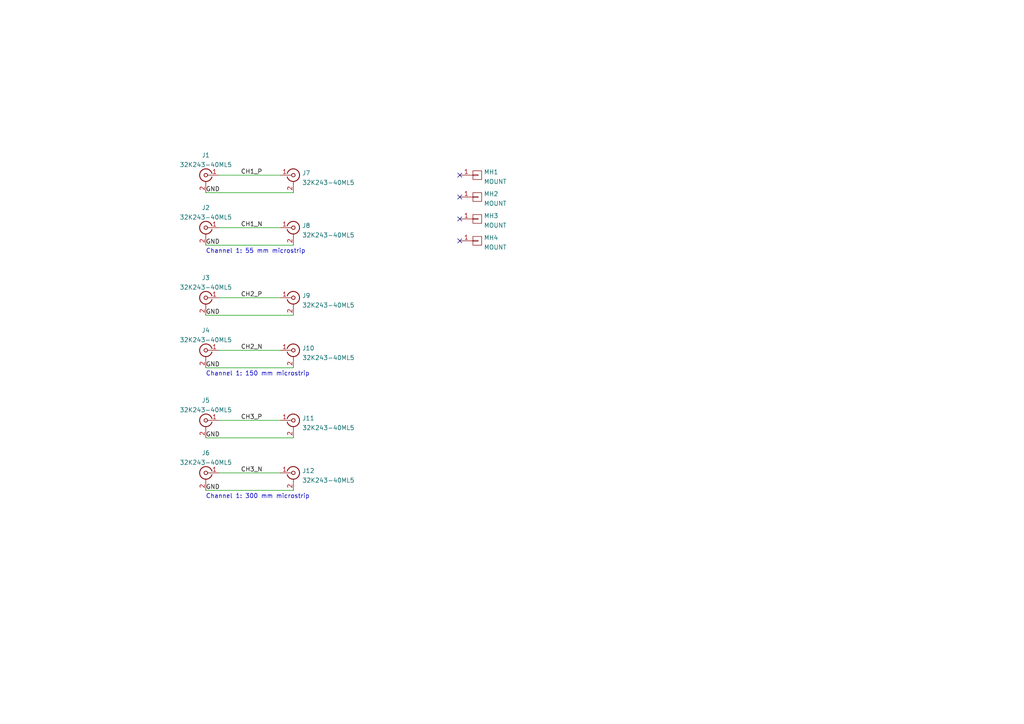
<source format=kicad_sch>
(kicad_sch (version 20211123) (generator eeschema)
  (paper "A4")
  (title_block (title "ISI / Lossy Channel Test Board") (date "2022-07-19") (rev "0.1") (company "Antikernel Labs") (comment 1 "Andrew D. Zonenberg"))
  (lib_symbols
    (symbol "conn:CONN_01X01" (pin_names (offset 1.016) hide)
      (property "Reference" "J" (at 0 2.54 0))
      (property "Value" "CONN_01X01" (at 2.54 0 90))
      (symbol "CONN_01X01_0_1"
        (rectangle (start -1.27 0.127) (end 0.254 -0.127))
        (rectangle (start -1.27 1.27) (end 1.27 -1.27))
      )
      (symbol "CONN_01X01_1_1"
        (pin passive line (at -5.08 0 0) (length 3.81) (name "P1") (number "1"))
      )
    )
    (symbol "conn:CONN_COAXIAL" (pin_names (offset 1.016) hide)
      (property "Reference" "J" (at 0.254 3.048 0))
      (property "Value" "CONN_COAXIAL" (at 2.921 0 90))
      (symbol "CONN_COAXIAL_0_1"
        (arc (start -1.778 -0.508) (mid 0.222 -1.808) (end 1.778 0) (stroke (width 0.254)))
        (polyline (pts (xy -1.27 0) (xy -0.508 0)))
        (polyline (pts (xy 0 -2.54) (xy 0 -1.778)))
        (circle (center 0 0) (radius 0.508) (stroke (width 0.2032)))
        (arc (start 1.778 0) (mid 0.2221 1.8083) (end -1.778 0.508) (stroke (width 0.254)))
      )
      (symbol "CONN_COAXIAL_1_1"
        (pin passive line (at -3.81 0 0) (length 2.54) (name "In") (number "1"))
        (pin passive line (at 0 -5.08 90) (length 2.54) (name "Ext") (number "2"))
      )
    )
  )
  (no_connect (at 133.35 69.85))
  (no_connect (at 133.35 50.8))
  (no_connect (at 133.35 63.5))
  (no_connect (at 133.35 57.15))
  (wire (pts (xy 63.5 121.92) (xy 81.28 121.92)))
  (wire (pts (xy 63.5 66.04) (xy 81.28 66.04)))
  (wire (pts (xy 63.5 137.16) (xy 81.28 137.16)))
  (wire (pts (xy 63.5 86.36) (xy 81.28 86.36)))
  (wire (pts (xy 59.69 106.68) (xy 85.09 106.68)))
  (wire (pts (xy 59.69 127) (xy 85.09 127)))
  (wire (pts (xy 59.69 71.12) (xy 85.09 71.12)))
  (wire (pts (xy 63.5 50.8) (xy 81.28 50.8)))
  (wire (pts (xy 63.5 101.6) (xy 81.28 101.6)))
  (wire (pts (xy 59.69 91.44) (xy 85.09 91.44)))
  (wire (pts (xy 59.69 55.88) (xy 85.09 55.88)))
  (wire (pts (xy 59.69 142.24) (xy 85.09 142.24)))
  (text "Channel 1: 55 mm microstrip" (at 59.69 73.66 0) (effects (font (size 1.27 1.27)) (justify left bottom)))
  (text "Channel 1: 150 mm microstrip" (at 59.69 109.22 0) (effects (font (size 1.27 1.27)) (justify left bottom)))
  (text "Channel 1: 300 mm microstrip" (at 59.69 144.78 0) (effects (font (size 1.27 1.27)) (justify left bottom)))
  (label "CH2_N" (at 69.85 101.6 0))
  (label "GND" (at 59.69 106.68 0))
  (label "GND" (at 59.69 71.12 0))
  (label "GND" (at 59.69 55.88 0))
  (label "CH3_P" (at 69.85 121.92 0))
  (label "CH1_N" (at 69.85 66.04 0))
  (label "GND" (at 59.69 91.44 0))
  (label "GND" (at 59.69 142.24 0))
  (label "CH1_P" (at 69.85 50.8 0))
  (label "CH2_P" (at 69.85 86.36 0))
  (label "GND" (at 59.69 127 0))
  (label "CH3_N" (at 69.85 137.16 0))
  (symbol (lib_id "conn:CONN_01X01") (at 138.43 63.5 0) (unit 1)
    (property "Reference" "MH3" (at 140.335 62.5915 0) (effects (justify left)))
    (property "Value" "MOUNT" (at 140.335 65.3666 0) (effects (justify left)))
    (property "Footprint" "azonenberg_pcb:MECHANICAL_CLEARANCEHOLE_4_40" (effects hide))
  )
  (symbol (lib_id "conn:CONN_COAXIAL") (at 85.09 137.16 0) (unit 1)
    (property "Reference" "J12" (at 87.6301 136.5447 0) (effects (justify left)))
    (property "Value" "32K243-40ML5" (at 87.6301 139.3198 0) (effects (justify left)))
    (property "Footprint" "azonenberg_pcb:CONN_SMA_EDGE_ROSENBERGER_32K243_40ML5" (effects hide))
  )
  (symbol (lib_id "conn:CONN_COAXIAL") (at 85.09 86.36 0) (unit 1)
    (property "Reference" "J9" (at 87.6301 85.7447 0) (effects (justify left)))
    (property "Value" "32K243-40ML5" (at 87.6301 88.5198 0) (effects (justify left)))
    (property "Footprint" "azonenberg_pcb:CONN_SMA_EDGE_ROSENBERGER_32K243_40ML5" (effects hide))
  )
  (symbol (lib_id "conn:CONN_COAXIAL") (at 85.09 50.8 0) (unit 1)
    (property "Reference" "J7" (at 87.6301 50.1847 0) (effects (justify left)))
    (property "Value" "32K243-40ML5" (at 87.6301 52.9598 0) (effects (justify left)))
    (property "Footprint" "azonenberg_pcb:CONN_SMA_EDGE_ROSENBERGER_32K243_40ML5" (effects hide))
  )
  (symbol (lib_id "conn:CONN_COAXIAL") (at 59.69 137.16 0) (mirror y) (unit 1)
    (property "Reference" "J6" (at 59.6899 131.3669 0))
    (property "Value" "32K243-40ML5" (at 59.6899 134.142 0))
    (property "Footprint" "azonenberg_pcb:CONN_SMA_EDGE_ROSENBERGER_32K243_40ML5" (effects hide))
  )
  (symbol (lib_id "conn:CONN_COAXIAL") (at 59.69 86.36 0) (mirror y) (unit 1)
    (property "Reference" "J3" (at 59.6899 80.5669 0))
    (property "Value" "32K243-40ML5" (at 59.6899 83.342 0))
    (property "Footprint" "azonenberg_pcb:CONN_SMA_EDGE_ROSENBERGER_32K243_40ML5" (effects hide))
  )
  (symbol (lib_id "conn:CONN_COAXIAL") (at 85.09 66.04 0) (unit 1)
    (property "Reference" "J8" (at 87.6301 65.4247 0) (effects (justify left)))
    (property "Value" "32K243-40ML5" (at 87.6301 68.1998 0) (effects (justify left)))
    (property "Footprint" "azonenberg_pcb:CONN_SMA_EDGE_ROSENBERGER_32K243_40ML5" (effects hide))
  )
  (symbol (lib_id "conn:CONN_COAXIAL") (at 59.69 101.6 0) (mirror y) (unit 1)
    (property "Reference" "J4" (at 59.6899 95.8069 0))
    (property "Value" "32K243-40ML5" (at 59.6899 98.582 0))
    (property "Footprint" "azonenberg_pcb:CONN_SMA_EDGE_ROSENBERGER_32K243_40ML5" (effects hide))
  )
  (symbol (lib_id "conn:CONN_01X01") (at 138.43 57.15 0) (unit 1)
    (property "Reference" "MH2" (at 140.335 56.2415 0) (effects (justify left)))
    (property "Value" "MOUNT" (at 140.335 59.0166 0) (effects (justify left)))
    (property "Footprint" "azonenberg_pcb:MECHANICAL_CLEARANCEHOLE_4_40" (effects hide))
  )
  (symbol (lib_id "conn:CONN_COAXIAL") (at 59.69 121.92 0) (mirror y) (unit 1)
    (property "Reference" "J5" (at 59.6899 116.1269 0))
    (property "Value" "32K243-40ML5" (at 59.6899 118.902 0))
    (property "Footprint" "azonenberg_pcb:CONN_SMA_EDGE_ROSENBERGER_32K243_40ML5" (effects hide))
  )
  (symbol (lib_id "conn:CONN_01X01") (at 138.43 50.8 0) (unit 1)
    (property "Reference" "MH1" (at 140.335 49.8915 0) (effects (justify left)))
    (property "Value" "MOUNT" (at 140.335 52.6666 0) (effects (justify left)))
    (property "Footprint" "azonenberg_pcb:MECHANICAL_CLEARANCEHOLE_4_40" (effects hide))
  )
  (symbol (lib_id "conn:CONN_COAXIAL") (at 59.69 66.04 0) (mirror y) (unit 1)
    (property "Reference" "J2" (at 59.6899 60.2469 0))
    (property "Value" "32K243-40ML5" (at 59.6899 63.022 0))
    (property "Footprint" "azonenberg_pcb:CONN_SMA_EDGE_ROSENBERGER_32K243_40ML5" (effects hide))
  )
  (symbol (lib_id "conn:CONN_COAXIAL") (at 85.09 121.92 0) (unit 1)
    (property "Reference" "J11" (at 87.6301 121.3047 0) (effects (justify left)))
    (property "Value" "32K243-40ML5" (at 87.6301 124.0798 0) (effects (justify left)))
    (property "Footprint" "azonenberg_pcb:CONN_SMA_EDGE_ROSENBERGER_32K243_40ML5" (effects hide))
  )
  (symbol (lib_id "conn:CONN_COAXIAL") (at 85.09 101.6 0) (unit 1)
    (property "Reference" "J10" (at 87.6301 100.9847 0) (effects (justify left)))
    (property "Value" "32K243-40ML5" (at 87.6301 103.7598 0) (effects (justify left)))
    (property "Footprint" "azonenberg_pcb:CONN_SMA_EDGE_ROSENBERGER_32K243_40ML5" (effects hide))
  )
  (symbol (lib_id "conn:CONN_COAXIAL") (at 59.69 50.8 0) (mirror y) (unit 1)
    (property "Reference" "J1" (at 59.6899 45.0069 0))
    (property "Value" "32K243-40ML5" (at 59.6899 47.782 0))
    (property "Footprint" "azonenberg_pcb:CONN_SMA_EDGE_ROSENBERGER_32K243_40ML5" (effects hide))
  )
  (symbol (lib_id "conn:CONN_01X01") (at 138.43 69.85 0) (unit 1)
    (property "Reference" "MH4" (at 140.335 68.9415 0) (effects (justify left)))
    (property "Value" "MOUNT" (at 140.335 71.7166 0) (effects (justify left)))
    (property "Footprint" "azonenberg_pcb:MECHANICAL_CLEARANCEHOLE_4_40" (effects hide))
  )
)
</source>
